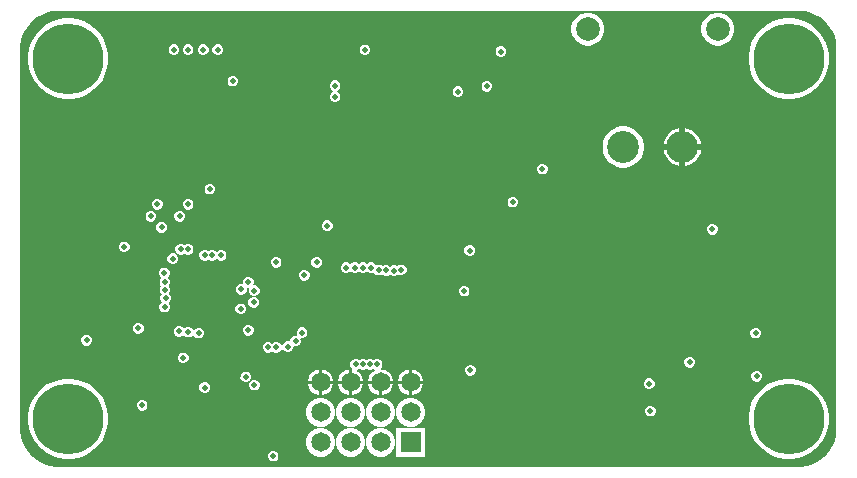
<source format=gbr>
G04*
G04 #@! TF.GenerationSoftware,Altium Limited,Altium Designer,24.7.2 (38)*
G04*
G04 Layer_Physical_Order=4*
G04 Layer_Color=6049555*
%FSLAX25Y25*%
%MOIN*%
G70*
G04*
G04 #@! TF.SameCoordinates,AB7849DE-EAC8-4354-A705-FC1E97C67EB3*
G04*
G04*
G04 #@! TF.FilePolarity,Positive*
G04*
G01*
G75*
%ADD87C,0.23622*%
%ADD88C,0.10630*%
%ADD89C,0.07874*%
%ADD90R,0.06500X0.06500*%
%ADD91C,0.06500*%
%ADD107C,0.01968*%
G36*
X390102Y337780D02*
X390930D01*
X392573Y337564D01*
X394173Y337135D01*
X395704Y336501D01*
X397139Y335672D01*
X398453Y334664D01*
X399624Y333492D01*
X400633Y332178D01*
X401461Y330743D01*
X402096Y329212D01*
X402524Y327612D01*
X402740Y325969D01*
X402740Y325141D01*
X402740Y198481D01*
Y197653D01*
X402524Y196010D01*
X402096Y194410D01*
X401461Y192879D01*
X400633Y191444D01*
X399624Y190130D01*
X398453Y188958D01*
X397138Y187950D01*
X395704Y187121D01*
X394173Y186487D01*
X392573Y186058D01*
X390930Y185842D01*
X390102Y185842D01*
X143363Y185842D01*
X142535D01*
X140892Y186058D01*
X139292Y186487D01*
X137761Y187121D01*
X136326Y187950D01*
X135012Y188958D01*
X133840Y190130D01*
X132832Y191444D01*
X132003Y192879D01*
X131369Y194410D01*
X130940Y196010D01*
X130724Y197653D01*
X130724Y198481D01*
X130724Y324803D01*
X130724Y325141D01*
Y325969D01*
X130940Y327612D01*
X131369Y329212D01*
X132003Y330743D01*
X132832Y332178D01*
X133840Y333492D01*
X135012Y334664D01*
X136326Y335672D01*
X137761Y336501D01*
X139292Y337135D01*
X140892Y337564D01*
X142535Y337780D01*
X143363Y337780D01*
X390102Y337780D01*
D02*
G37*
%LPC*%
G36*
X363915Y337205D02*
X362463D01*
X361062Y336829D01*
X359805Y336104D01*
X358778Y335077D01*
X358053Y333820D01*
X357677Y332419D01*
Y330967D01*
X358053Y329565D01*
X358778Y328309D01*
X359805Y327282D01*
X361062Y326557D01*
X362463Y326181D01*
X363915D01*
X365317Y326557D01*
X366573Y327282D01*
X367600Y328309D01*
X368325Y329565D01*
X368701Y330967D01*
Y332419D01*
X368325Y333820D01*
X367600Y335077D01*
X366573Y336104D01*
X365317Y336829D01*
X363915Y337205D01*
D02*
G37*
G36*
X320607D02*
X319156D01*
X317754Y336829D01*
X316498Y336104D01*
X315471Y335077D01*
X314746Y333820D01*
X314370Y332419D01*
Y330967D01*
X314746Y329565D01*
X315471Y328309D01*
X316498Y327282D01*
X317754Y326557D01*
X319156Y326181D01*
X320607D01*
X322009Y326557D01*
X323266Y327282D01*
X324292Y328309D01*
X325018Y329565D01*
X325394Y330967D01*
Y332419D01*
X325018Y333820D01*
X324292Y335077D01*
X323266Y336104D01*
X322009Y336829D01*
X320607Y337205D01*
D02*
G37*
G36*
X196809Y326575D02*
X196104D01*
X195453Y326305D01*
X194955Y325807D01*
X194685Y325155D01*
Y324451D01*
X194955Y323800D01*
X195453Y323301D01*
X196104Y323031D01*
X196809D01*
X197460Y323301D01*
X197959Y323800D01*
X198228Y324451D01*
Y325155D01*
X197959Y325807D01*
X197460Y326305D01*
X196809Y326575D01*
D02*
G37*
G36*
X192085D02*
X191380D01*
X190729Y326305D01*
X190230Y325807D01*
X189961Y325155D01*
Y324451D01*
X190230Y323800D01*
X190729Y323301D01*
X191380Y323031D01*
X192085D01*
X192736Y323301D01*
X193234Y323800D01*
X193504Y324451D01*
Y325155D01*
X193234Y325807D01*
X192736Y326305D01*
X192085Y326575D01*
D02*
G37*
G36*
X186967D02*
X186262D01*
X185611Y326305D01*
X185112Y325807D01*
X184843Y325155D01*
Y324451D01*
X185112Y323800D01*
X185611Y323301D01*
X186262Y323031D01*
X186967D01*
X187618Y323301D01*
X188116Y323800D01*
X188386Y324451D01*
Y325155D01*
X188116Y325807D01*
X187618Y326305D01*
X186967Y326575D01*
D02*
G37*
G36*
X182242D02*
X181537D01*
X180886Y326305D01*
X180388Y325807D01*
X180118Y325155D01*
Y324451D01*
X180388Y323800D01*
X180886Y323301D01*
X181537Y323031D01*
X182242D01*
X182893Y323301D01*
X183392Y323800D01*
X183661Y324451D01*
Y325155D01*
X183392Y325807D01*
X182893Y326305D01*
X182242Y326575D01*
D02*
G37*
G36*
X245931Y326502D02*
X245226D01*
X244575Y326232D01*
X244077Y325733D01*
X243807Y325082D01*
Y324377D01*
X244077Y323726D01*
X244575Y323228D01*
X245226Y322958D01*
X245931D01*
X246582Y323228D01*
X247080Y323726D01*
X247350Y324377D01*
Y325082D01*
X247080Y325733D01*
X246582Y326232D01*
X245931Y326502D01*
D02*
G37*
G36*
X291229Y325978D02*
X290524D01*
X289873Y325708D01*
X289374Y325210D01*
X289105Y324559D01*
Y323854D01*
X289374Y323203D01*
X289873Y322705D01*
X290524Y322435D01*
X291229D01*
X291880Y322705D01*
X292378Y323203D01*
X292648Y323854D01*
Y324559D01*
X292378Y325210D01*
X291880Y325708D01*
X291229Y325978D01*
D02*
G37*
G36*
X201927Y316112D02*
X201222D01*
X200571Y315843D01*
X200073Y315344D01*
X199803Y314693D01*
Y313988D01*
X200073Y313337D01*
X200571Y312839D01*
X201222Y312569D01*
X201927D01*
X202578Y312839D01*
X203077Y313337D01*
X203346Y313988D01*
Y314693D01*
X203077Y315344D01*
X202578Y315843D01*
X201927Y316112D01*
D02*
G37*
G36*
X286573Y314370D02*
X285868D01*
X285217Y314100D01*
X284718Y313602D01*
X284449Y312951D01*
Y312246D01*
X284718Y311595D01*
X285217Y311097D01*
X285868Y310827D01*
X286573D01*
X287224Y311097D01*
X287722Y311595D01*
X287992Y312246D01*
Y312951D01*
X287722Y313602D01*
X287224Y314100D01*
X286573Y314370D01*
D02*
G37*
G36*
X276886Y312598D02*
X276181D01*
X275530Y312329D01*
X275032Y311830D01*
X274762Y311179D01*
Y310474D01*
X275032Y309823D01*
X275530Y309325D01*
X276181Y309055D01*
X276886D01*
X277537Y309325D01*
X278035Y309823D01*
X278305Y310474D01*
Y311179D01*
X278035Y311830D01*
X277537Y312329D01*
X276886Y312598D01*
D02*
G37*
G36*
X387864Y335236D02*
X385757D01*
X383677Y334907D01*
X381673Y334256D01*
X379795Y333299D01*
X378091Y332061D01*
X376601Y330571D01*
X375362Y328866D01*
X374406Y326989D01*
X373755Y324985D01*
X373425Y322904D01*
Y320797D01*
X373755Y318716D01*
X374406Y316712D01*
X375362Y314835D01*
X376601Y313130D01*
X378091Y311640D01*
X379795Y310402D01*
X381673Y309445D01*
X383677Y308794D01*
X385757Y308465D01*
X387864D01*
X389946Y308794D01*
X391949Y309445D01*
X393827Y310402D01*
X395531Y311640D01*
X397021Y313130D01*
X398260Y314835D01*
X399216Y316712D01*
X399867Y318716D01*
X400197Y320797D01*
Y322904D01*
X399867Y324985D01*
X399216Y326989D01*
X398260Y328866D01*
X397021Y330571D01*
X395531Y332061D01*
X393827Y333299D01*
X391949Y334256D01*
X389946Y334907D01*
X387864Y335236D01*
D02*
G37*
G36*
X147707D02*
X145600D01*
X143519Y334907D01*
X141515Y334256D01*
X139638Y333299D01*
X137933Y332061D01*
X136443Y330571D01*
X135205Y328866D01*
X134248Y326989D01*
X133597Y324985D01*
X133268Y322904D01*
Y320797D01*
X133597Y318716D01*
X134248Y316712D01*
X135205Y314835D01*
X136443Y313130D01*
X137933Y311640D01*
X139638Y310402D01*
X141515Y309445D01*
X143519Y308794D01*
X145600Y308465D01*
X147707D01*
X149788Y308794D01*
X151792Y309445D01*
X153669Y310402D01*
X155374Y311640D01*
X156864Y313130D01*
X158102Y314835D01*
X159059Y316712D01*
X159710Y318716D01*
X160039Y320797D01*
Y322904D01*
X159710Y324985D01*
X159059Y326989D01*
X158102Y328866D01*
X156864Y330571D01*
X155374Y332061D01*
X153669Y333299D01*
X151792Y334256D01*
X149788Y334907D01*
X147707Y335236D01*
D02*
G37*
G36*
X235982Y314567D02*
X235278D01*
X234626Y314297D01*
X234128Y313799D01*
X233858Y313148D01*
Y312443D01*
X234128Y311792D01*
X234626Y311293D01*
X235058Y311115D01*
Y310736D01*
X234626Y310557D01*
X234128Y310059D01*
X233858Y309407D01*
Y308703D01*
X234128Y308052D01*
X234626Y307553D01*
X235278Y307283D01*
X235982D01*
X236633Y307553D01*
X237132Y308052D01*
X237402Y308703D01*
Y309407D01*
X237132Y310059D01*
X236633Y310557D01*
X236202Y310736D01*
Y311115D01*
X236633Y311293D01*
X237132Y311792D01*
X237402Y312443D01*
Y313148D01*
X237132Y313799D01*
X236633Y314297D01*
X235982Y314567D01*
D02*
G37*
G36*
X352378Y298563D02*
Y293323D01*
X357618D01*
X357450Y294165D01*
X356974Y295314D01*
X356283Y296348D01*
X355403Y297228D01*
X354369Y297919D01*
X353220Y298395D01*
X352378Y298563D01*
D02*
G37*
G36*
X350378D02*
X349536Y298395D01*
X348387Y297919D01*
X347352Y297228D01*
X346473Y296348D01*
X345782Y295314D01*
X345306Y294165D01*
X345138Y293323D01*
X350378D01*
Y298563D01*
D02*
G37*
G36*
X357618Y291323D02*
X352378D01*
Y286083D01*
X353220Y286251D01*
X354369Y286727D01*
X355403Y287418D01*
X356283Y288297D01*
X356974Y289332D01*
X357450Y290481D01*
X357618Y291323D01*
D02*
G37*
G36*
X350378D02*
X345138D01*
X345306Y290481D01*
X345782Y289332D01*
X346473Y288297D01*
X347352Y287418D01*
X348387Y286727D01*
X349536Y286251D01*
X350378Y286083D01*
Y291323D01*
D02*
G37*
G36*
X332371Y299213D02*
X331014D01*
X329683Y298948D01*
X328429Y298429D01*
X327301Y297674D01*
X326341Y296715D01*
X325587Y295586D01*
X325068Y294333D01*
X324803Y293001D01*
Y291644D01*
X325068Y290313D01*
X325587Y289059D01*
X326341Y287931D01*
X327301Y286971D01*
X328429Y286217D01*
X329683Y285698D01*
X331014Y285433D01*
X332371D01*
X333703Y285698D01*
X334956Y286217D01*
X336085Y286971D01*
X337045Y287931D01*
X337799Y289059D01*
X338318Y290313D01*
X338583Y291644D01*
Y293001D01*
X338318Y294333D01*
X337799Y295586D01*
X337045Y296715D01*
X336085Y297674D01*
X334956Y298429D01*
X333703Y298948D01*
X332371Y299213D01*
D02*
G37*
G36*
X305077Y286811D02*
X304372D01*
X303721Y286541D01*
X303222Y286043D01*
X302953Y285392D01*
Y284687D01*
X303222Y284036D01*
X303721Y283537D01*
X304372Y283268D01*
X305077D01*
X305728Y283537D01*
X306226Y284036D01*
X306496Y284687D01*
Y285392D01*
X306226Y286043D01*
X305728Y286541D01*
X305077Y286811D01*
D02*
G37*
G36*
X194250Y280118D02*
X193545D01*
X192894Y279848D01*
X192396Y279350D01*
X192126Y278699D01*
Y277994D01*
X192396Y277343D01*
X192894Y276845D01*
X193545Y276575D01*
X194250D01*
X194901Y276845D01*
X195400Y277343D01*
X195669Y277994D01*
Y278699D01*
X195400Y279350D01*
X194901Y279848D01*
X194250Y280118D01*
D02*
G37*
G36*
X295234Y275787D02*
X294530D01*
X293878Y275518D01*
X293380Y275019D01*
X293110Y274368D01*
Y273663D01*
X293380Y273012D01*
X293878Y272514D01*
X294530Y272244D01*
X295234D01*
X295885Y272514D01*
X296384Y273012D01*
X296654Y273663D01*
Y274368D01*
X296384Y275019D01*
X295885Y275518D01*
X295234Y275787D01*
D02*
G37*
G36*
X186967Y275000D02*
X186262D01*
X185611Y274730D01*
X185112Y274232D01*
X184843Y273581D01*
Y272876D01*
X185112Y272225D01*
X185611Y271726D01*
X186262Y271457D01*
X186967D01*
X187618Y271726D01*
X188116Y272225D01*
X188386Y272876D01*
Y273581D01*
X188116Y274232D01*
X187618Y274730D01*
X186967Y275000D01*
D02*
G37*
G36*
X176730D02*
X176025D01*
X175374Y274730D01*
X174876Y274232D01*
X174606Y273581D01*
Y272876D01*
X174876Y272225D01*
X175374Y271726D01*
X176025Y271457D01*
X176730D01*
X177382Y271726D01*
X177880Y272225D01*
X178150Y272876D01*
Y273581D01*
X177880Y274232D01*
X177382Y274730D01*
X176730Y275000D01*
D02*
G37*
G36*
X184211Y271063D02*
X183506D01*
X182855Y270793D01*
X182356Y270295D01*
X182087Y269644D01*
Y268939D01*
X182356Y268288D01*
X182855Y267789D01*
X183506Y267520D01*
X184211D01*
X184862Y267789D01*
X185360Y268288D01*
X185630Y268939D01*
Y269644D01*
X185360Y270295D01*
X184862Y270793D01*
X184211Y271063D01*
D02*
G37*
G36*
X174565D02*
X173860D01*
X173209Y270793D01*
X172711Y270295D01*
X172441Y269644D01*
Y268939D01*
X172711Y268288D01*
X173209Y267789D01*
X173860Y267520D01*
X174565D01*
X175216Y267789D01*
X175715Y268288D01*
X175984Y268939D01*
Y269644D01*
X175715Y270295D01*
X175216Y270793D01*
X174565Y271063D01*
D02*
G37*
G36*
X233423Y267913D02*
X232718D01*
X232067Y267644D01*
X231569Y267145D01*
X231299Y266494D01*
Y265789D01*
X231569Y265138D01*
X232067Y264640D01*
X232718Y264370D01*
X233423D01*
X234074Y264640D01*
X234573Y265138D01*
X234842Y265789D01*
Y266494D01*
X234573Y267145D01*
X234074Y267644D01*
X233423Y267913D01*
D02*
G37*
G36*
X178108Y267323D02*
X177403D01*
X176752Y267053D01*
X176254Y266555D01*
X175984Y265904D01*
Y265199D01*
X176254Y264548D01*
X176752Y264049D01*
X177403Y263779D01*
X178108D01*
X178760Y264049D01*
X179258Y264548D01*
X179528Y265199D01*
Y265904D01*
X179258Y266555D01*
X178760Y267053D01*
X178108Y267323D01*
D02*
G37*
G36*
X361770Y266732D02*
X361065D01*
X360414Y266463D01*
X359915Y265964D01*
X359646Y265313D01*
Y264608D01*
X359915Y263957D01*
X360414Y263459D01*
X361065Y263189D01*
X361770D01*
X362421Y263459D01*
X362919Y263957D01*
X363189Y264608D01*
Y265313D01*
X362919Y265964D01*
X362421Y266463D01*
X361770Y266732D01*
D02*
G37*
G36*
X186967Y260039D02*
X186262D01*
X185611Y259770D01*
X185376Y259535D01*
X185141Y259770D01*
X184490Y260039D01*
X183785D01*
X183134Y259770D01*
X182636Y259271D01*
X182366Y258620D01*
Y257915D01*
X182636Y257264D01*
X183134Y256766D01*
X183785Y256496D01*
X184490D01*
X185141Y256766D01*
X185376Y257000D01*
X185611Y256766D01*
X186262Y256496D01*
X186967D01*
X187618Y256766D01*
X188116Y257264D01*
X188386Y257915D01*
Y258620D01*
X188116Y259271D01*
X187618Y259770D01*
X186967Y260039D01*
D02*
G37*
G36*
X197990Y258071D02*
X197285D01*
X196634Y257801D01*
X196143Y257310D01*
X195651Y257801D01*
X195000Y258071D01*
X194295D01*
X193644Y257801D01*
X193387Y257544D01*
X193130Y257801D01*
X192478Y258071D01*
X191774D01*
X191122Y257801D01*
X190624Y257303D01*
X190354Y256652D01*
Y255947D01*
X190624Y255296D01*
X191122Y254797D01*
X191774Y254528D01*
X192478D01*
X193130Y254797D01*
X193387Y255054D01*
X193644Y254797D01*
X194295Y254528D01*
X195000D01*
X195651Y254797D01*
X196143Y255289D01*
X196634Y254797D01*
X197285Y254528D01*
X197990D01*
X198641Y254797D01*
X199140Y255296D01*
X199409Y255947D01*
Y256652D01*
X199140Y257303D01*
X198641Y257801D01*
X197990Y258071D01*
D02*
G37*
G36*
X165707Y260827D02*
X165002D01*
X164351Y260557D01*
X163852Y260059D01*
X163583Y259407D01*
Y258703D01*
X163852Y258052D01*
X164351Y257553D01*
X165002Y257283D01*
X165707D01*
X166358Y257553D01*
X166856Y258052D01*
X167126Y258703D01*
Y259407D01*
X166856Y260059D01*
X166358Y260557D01*
X165707Y260827D01*
D02*
G37*
G36*
X280864Y259646D02*
X280159D01*
X279508Y259376D01*
X279010Y258878D01*
X278740Y258226D01*
Y257522D01*
X279010Y256871D01*
X279508Y256372D01*
X280159Y256102D01*
X280864D01*
X281515Y256372D01*
X282014Y256871D01*
X282283Y257522D01*
Y258226D01*
X282014Y258878D01*
X281515Y259376D01*
X280864Y259646D01*
D02*
G37*
G36*
X181849Y256890D02*
X181144D01*
X180492Y256620D01*
X179994Y256122D01*
X179724Y255470D01*
Y254766D01*
X179994Y254115D01*
X180492Y253616D01*
X181144Y253346D01*
X181849D01*
X182500Y253616D01*
X182998Y254115D01*
X183268Y254766D01*
Y255470D01*
X182998Y256122D01*
X182500Y256620D01*
X181849Y256890D01*
D02*
G37*
G36*
X247990Y253937D02*
X247285D01*
X246634Y253667D01*
X246260Y253293D01*
X245885Y253667D01*
X245234Y253937D01*
X244530D01*
X243878Y253667D01*
X243504Y253293D01*
X243129Y253667D01*
X242478Y253937D01*
X241774D01*
X241122Y253667D01*
X240748Y253293D01*
X240374Y253667D01*
X239722Y253937D01*
X239018D01*
X238367Y253667D01*
X237868Y253169D01*
X237598Y252518D01*
Y251813D01*
X237868Y251162D01*
X238367Y250663D01*
X239018Y250394D01*
X239722D01*
X240374Y250663D01*
X240748Y251038D01*
X241122Y250663D01*
X241774Y250394D01*
X242478D01*
X243129Y250663D01*
X243504Y251038D01*
X243878Y250663D01*
X244530Y250394D01*
X245234D01*
X245885Y250663D01*
X246260Y251038D01*
X246634Y250663D01*
X247285Y250394D01*
X247990D01*
X248497Y250604D01*
X248594Y250370D01*
X249093Y249871D01*
X249744Y249601D01*
X250449D01*
X251100Y249871D01*
X251382Y250153D01*
X251733Y249803D01*
X252384Y249533D01*
X253089D01*
X253740Y249803D01*
X253908Y249971D01*
X254206Y249673D01*
X254857Y249403D01*
X255562D01*
X256213Y249673D01*
X256545Y250005D01*
X256674Y249876D01*
X257325Y249606D01*
X258030D01*
X258681Y249876D01*
X259179Y250374D01*
X259449Y251026D01*
Y251730D01*
X259179Y252381D01*
X258681Y252880D01*
X258030Y253150D01*
X257325D01*
X256674Y252880D01*
X256341Y252548D01*
X256213Y252676D01*
X255562Y252946D01*
X254857D01*
X254206Y252676D01*
X254038Y252509D01*
X253740Y252807D01*
X253089Y253076D01*
X252384D01*
X251733Y252807D01*
X251450Y252524D01*
X251100Y252875D01*
X250449Y253145D01*
X249744D01*
X249237Y252935D01*
X249140Y253169D01*
X248641Y253667D01*
X247990Y253937D01*
D02*
G37*
G36*
X216297Y255709D02*
X215593D01*
X214941Y255439D01*
X214443Y254941D01*
X214173Y254289D01*
Y253585D01*
X214443Y252933D01*
X214941Y252435D01*
X215593Y252165D01*
X216297D01*
X216948Y252435D01*
X217447Y252933D01*
X217717Y253585D01*
Y254289D01*
X217447Y254941D01*
X216948Y255439D01*
X216297Y255709D01*
D02*
G37*
G36*
X229799Y255656D02*
X229094D01*
X228443Y255386D01*
X227944Y254888D01*
X227675Y254236D01*
Y253532D01*
X227944Y252881D01*
X228443Y252382D01*
X229094Y252112D01*
X229799D01*
X230450Y252382D01*
X230948Y252881D01*
X231218Y253532D01*
Y254236D01*
X230948Y254888D01*
X230450Y255386D01*
X229799Y255656D01*
D02*
G37*
G36*
X225746Y251378D02*
X225041D01*
X224390Y251108D01*
X223892Y250610D01*
X223622Y249959D01*
Y249254D01*
X223892Y248603D01*
X224390Y248104D01*
X225041Y247835D01*
X225746D01*
X226397Y248104D01*
X226896Y248603D01*
X227165Y249254D01*
Y249959D01*
X226896Y250610D01*
X226397Y251108D01*
X225746Y251378D01*
D02*
G37*
G36*
X207045Y249016D02*
X206341D01*
X205689Y248746D01*
X205191Y248248D01*
X204921Y247597D01*
Y246934D01*
X204792Y246782D01*
X204641Y246654D01*
X203978D01*
X203327Y246384D01*
X202829Y245885D01*
X202559Y245234D01*
Y244530D01*
X202829Y243878D01*
X203327Y243380D01*
X203978Y243110D01*
X204683D01*
X205334Y243380D01*
X205833Y243878D01*
X206102Y244530D01*
Y245192D01*
X206231Y245344D01*
X206383Y245472D01*
X206773D01*
X207007Y245122D01*
X206890Y244841D01*
Y244136D01*
X207159Y243485D01*
X207658Y242986D01*
X208309Y242717D01*
X209014D01*
X209665Y242986D01*
X210163Y243485D01*
X210433Y244136D01*
Y244841D01*
X210163Y245492D01*
X209665Y245990D01*
X209014Y246260D01*
X208582D01*
X208348Y246610D01*
X208465Y246892D01*
Y247597D01*
X208195Y248248D01*
X207697Y248746D01*
X207045Y249016D01*
D02*
G37*
G36*
X278942Y246122D02*
X278237D01*
X277586Y245852D01*
X277088Y245353D01*
X276818Y244702D01*
Y243997D01*
X277088Y243346D01*
X277586Y242848D01*
X278237Y242578D01*
X278942D01*
X279593Y242848D01*
X280092Y243346D01*
X280361Y243997D01*
Y244702D01*
X280092Y245353D01*
X279593Y245852D01*
X278942Y246122D01*
D02*
G37*
G36*
X208817Y242323D02*
X208112D01*
X207461Y242053D01*
X206963Y241555D01*
X206693Y240904D01*
Y240199D01*
X206963Y239548D01*
X207461Y239049D01*
X208112Y238779D01*
X208817D01*
X209468Y239049D01*
X209966Y239548D01*
X210236Y240199D01*
Y240904D01*
X209966Y241555D01*
X209468Y242053D01*
X208817Y242323D01*
D02*
G37*
G36*
X179093Y252165D02*
X178388D01*
X177737Y251896D01*
X177238Y251397D01*
X176969Y250746D01*
Y250041D01*
X177238Y249390D01*
X177737Y248892D01*
X177687Y248533D01*
X177402Y248248D01*
X177132Y247597D01*
Y246892D01*
X177402Y246241D01*
X177637Y246006D01*
X177402Y245772D01*
X177132Y245121D01*
Y244416D01*
X177402Y243765D01*
X177900Y243266D01*
X177911Y243212D01*
X177632Y242933D01*
X177362Y242282D01*
Y241577D01*
X177632Y240926D01*
X177814Y240743D01*
X177768Y240509D01*
X177269Y240011D01*
X176999Y239360D01*
Y238655D01*
X177269Y238004D01*
X177768Y237505D01*
X178419Y237236D01*
X179123D01*
X179775Y237505D01*
X180273Y238004D01*
X180543Y238655D01*
Y239360D01*
X180273Y240011D01*
X180091Y240193D01*
X180137Y240427D01*
X180636Y240926D01*
X180905Y241577D01*
Y242282D01*
X180636Y242933D01*
X180137Y243431D01*
X180127Y243485D01*
X180406Y243765D01*
X180676Y244416D01*
Y245121D01*
X180406Y245772D01*
X180171Y246006D01*
X180406Y246241D01*
X180676Y246892D01*
Y247597D01*
X180406Y248248D01*
X179908Y248746D01*
X179957Y249105D01*
X180242Y249390D01*
X180512Y250041D01*
Y250746D01*
X180242Y251397D01*
X179744Y251896D01*
X179093Y252165D01*
D02*
G37*
G36*
X204486Y240158D02*
X203782D01*
X203130Y239888D01*
X202632Y239389D01*
X202362Y238738D01*
Y238033D01*
X202632Y237382D01*
X203130Y236884D01*
X203782Y236614D01*
X204486D01*
X205137Y236884D01*
X205636Y237382D01*
X205906Y238033D01*
Y238738D01*
X205636Y239389D01*
X205137Y239888D01*
X204486Y240158D01*
D02*
G37*
G36*
X170398Y233661D02*
X169693D01*
X169042Y233392D01*
X168544Y232893D01*
X168274Y232242D01*
Y231537D01*
X168544Y230886D01*
X169042Y230388D01*
X169693Y230118D01*
X170398D01*
X171049Y230388D01*
X171548Y230886D01*
X171817Y231537D01*
Y232242D01*
X171548Y232893D01*
X171049Y233392D01*
X170398Y233661D01*
D02*
G37*
G36*
X207045Y233071D02*
X206341D01*
X205689Y232801D01*
X205191Y232303D01*
X204921Y231652D01*
Y230947D01*
X205191Y230296D01*
X205689Y229797D01*
X206341Y229528D01*
X207045D01*
X207697Y229797D01*
X208195Y230296D01*
X208465Y230947D01*
Y231652D01*
X208195Y232303D01*
X207697Y232801D01*
X207045Y233071D01*
D02*
G37*
G36*
X376140Y232087D02*
X375435D01*
X374784Y231817D01*
X374286Y231318D01*
X374016Y230667D01*
Y229963D01*
X374286Y229311D01*
X374784Y228813D01*
X375435Y228543D01*
X376140D01*
X376791Y228813D01*
X377289Y229311D01*
X377559Y229963D01*
Y230667D01*
X377289Y231318D01*
X376791Y231817D01*
X376140Y232087D01*
D02*
G37*
G36*
X184031Y232648D02*
X183326D01*
X182675Y232378D01*
X182177Y231880D01*
X181907Y231228D01*
Y230524D01*
X182177Y229872D01*
X182675Y229374D01*
X183326Y229104D01*
X184031D01*
X184682Y229374D01*
X185017Y229708D01*
X185221Y229668D01*
X185720Y229169D01*
X186371Y228900D01*
X187076D01*
X187727Y229169D01*
X188157Y229600D01*
X188447Y229590D01*
X188556Y229552D01*
X188655Y229311D01*
X189154Y228813D01*
X189805Y228543D01*
X190510D01*
X191161Y228813D01*
X191659Y229311D01*
X191929Y229963D01*
Y230667D01*
X191659Y231318D01*
X191161Y231817D01*
X190510Y232087D01*
X189805D01*
X189154Y231817D01*
X188724Y231386D01*
X188433Y231396D01*
X188325Y231434D01*
X188225Y231675D01*
X187727Y232173D01*
X187076Y232443D01*
X186371D01*
X185720Y232173D01*
X185385Y231839D01*
X185181Y231880D01*
X184682Y232378D01*
X184031Y232648D01*
D02*
G37*
G36*
X224959Y232283D02*
X224254D01*
X223603Y232014D01*
X223104Y231515D01*
X222835Y230864D01*
Y230159D01*
X222970Y229833D01*
X222901Y229714D01*
X222717Y229528D01*
X222089D01*
X221437Y229258D01*
X220939Y228760D01*
X220669Y228108D01*
Y227758D01*
X220319Y227524D01*
X220234Y227559D01*
X219530D01*
X218878Y227289D01*
X218380Y226791D01*
X218110Y226140D01*
Y226055D01*
X217760Y225985D01*
X217526Y226550D01*
X217028Y227048D01*
X216377Y227318D01*
X215672D01*
X215021Y227048D01*
X214727Y226755D01*
X214389Y227093D01*
X213738Y227362D01*
X213033D01*
X212382Y227093D01*
X211884Y226594D01*
X211614Y225943D01*
Y225238D01*
X211884Y224587D01*
X212382Y224089D01*
X213033Y223819D01*
X213738D01*
X214389Y224089D01*
X214683Y224382D01*
X215021Y224044D01*
X215672Y223775D01*
X216377D01*
X217028Y224044D01*
X217526Y224543D01*
X217796Y225194D01*
Y225279D01*
X218146Y225349D01*
X218380Y224784D01*
X218878Y224286D01*
X219530Y224016D01*
X220234D01*
X220885Y224286D01*
X221384Y224784D01*
X221654Y225435D01*
Y225786D01*
X222004Y226020D01*
X222089Y225984D01*
X222793D01*
X223445Y226254D01*
X223943Y226752D01*
X224213Y227403D01*
Y228108D01*
X224078Y228434D01*
X224147Y228554D01*
X224330Y228740D01*
X224959D01*
X225610Y229010D01*
X226108Y229508D01*
X226378Y230159D01*
Y230864D01*
X226108Y231515D01*
X225610Y232014D01*
X224959Y232283D01*
D02*
G37*
G36*
X153108Y229724D02*
X152403D01*
X151752Y229455D01*
X151254Y228956D01*
X150984Y228305D01*
Y227600D01*
X151254Y226949D01*
X151752Y226451D01*
X152403Y226181D01*
X153108D01*
X153760Y226451D01*
X154258Y226949D01*
X154528Y227600D01*
Y228305D01*
X154258Y228956D01*
X153760Y229455D01*
X153108Y229724D01*
D02*
G37*
G36*
X249959Y221654D02*
X249254D01*
X248603Y221384D01*
X248425Y221206D01*
X248248Y221384D01*
X247597Y221654D01*
X246892D01*
X246240Y221384D01*
X246063Y221206D01*
X245885Y221384D01*
X245234Y221654D01*
X244530D01*
X243878Y221384D01*
X243701Y221206D01*
X243523Y221384D01*
X242872Y221654D01*
X242167D01*
X241516Y221384D01*
X241018Y220885D01*
X240748Y220234D01*
Y219530D01*
X241018Y218878D01*
X241368Y218528D01*
X241287Y218350D01*
Y214437D01*
X245037D01*
Y214496D01*
X244748Y215577D01*
X244188Y216547D01*
X243397Y217338D01*
X242665Y217760D01*
X242759Y218110D01*
X242872D01*
X243523Y218380D01*
X243701Y218558D01*
X243878Y218380D01*
X244530Y218110D01*
X245234D01*
X245885Y218380D01*
X246063Y218558D01*
X246240Y218380D01*
X246892Y218110D01*
X247597D01*
X248248Y218380D01*
X248425Y218558D01*
X248603Y218380D01*
X249020Y218207D01*
X249021Y218205D01*
X249024Y217827D01*
X248178Y217338D01*
X247387Y216547D01*
X246827Y215577D01*
X246537Y214496D01*
Y214437D01*
X250787D01*
X255037D01*
Y214496D01*
X254748Y215577D01*
X254188Y216547D01*
X253397Y217338D01*
X252428Y217897D01*
X251347Y218187D01*
X250912D01*
X250767Y218537D01*
X251108Y218878D01*
X251378Y219530D01*
Y220234D01*
X251108Y220885D01*
X250610Y221384D01*
X249959Y221654D01*
D02*
G37*
G36*
X185392Y223819D02*
X184687D01*
X184036Y223549D01*
X183537Y223051D01*
X183268Y222400D01*
Y221695D01*
X183537Y221044D01*
X184036Y220545D01*
X184687Y220276D01*
X185392D01*
X186043Y220545D01*
X186541Y221044D01*
X186811Y221695D01*
Y222400D01*
X186541Y223051D01*
X186043Y223549D01*
X185392Y223819D01*
D02*
G37*
G36*
X354175Y222376D02*
X353470D01*
X352819Y222106D01*
X352321Y221607D01*
X352051Y220956D01*
Y220252D01*
X352321Y219600D01*
X352819Y219102D01*
X353470Y218832D01*
X354175D01*
X354826Y219102D01*
X355324Y219600D01*
X355594Y220252D01*
Y220956D01*
X355324Y221607D01*
X354826Y222106D01*
X354175Y222376D01*
D02*
G37*
G36*
X281061Y219685D02*
X280356D01*
X279705Y219415D01*
X279207Y218917D01*
X278937Y218266D01*
Y217561D01*
X279207Y216910D01*
X279705Y216411D01*
X280356Y216142D01*
X281061D01*
X281712Y216411D01*
X282211Y216910D01*
X282480Y217561D01*
Y218266D01*
X282211Y218917D01*
X281712Y219415D01*
X281061Y219685D01*
D02*
G37*
G36*
X261347Y218187D02*
X261287D01*
Y214437D01*
X265037D01*
Y214496D01*
X264748Y215577D01*
X264188Y216547D01*
X263397Y217338D01*
X262428Y217897D01*
X261347Y218187D01*
D02*
G37*
G36*
X231347D02*
X231287D01*
Y214437D01*
X235037D01*
Y214496D01*
X234748Y215577D01*
X234188Y216547D01*
X233397Y217338D01*
X232428Y217897D01*
X231347Y218187D01*
D02*
G37*
G36*
X230287D02*
X230228D01*
X229147Y217897D01*
X228178Y217338D01*
X227387Y216547D01*
X226827Y215577D01*
X226537Y214496D01*
Y214437D01*
X230287D01*
Y218187D01*
D02*
G37*
G36*
X260287D02*
X260228D01*
X259147Y217897D01*
X258178Y217338D01*
X257387Y216547D01*
X256827Y215577D01*
X256537Y214496D01*
Y214437D01*
X260287D01*
Y218187D01*
D02*
G37*
G36*
X240287D02*
X240228D01*
X239147Y217897D01*
X238178Y217338D01*
X237387Y216547D01*
X236827Y215577D01*
X236537Y214496D01*
Y214437D01*
X240287D01*
Y218187D01*
D02*
G37*
G36*
X376534Y217717D02*
X375829D01*
X375178Y217447D01*
X374679Y216948D01*
X374410Y216297D01*
Y215593D01*
X374679Y214941D01*
X375178Y214443D01*
X375829Y214173D01*
X376534D01*
X377185Y214443D01*
X377683Y214941D01*
X377953Y215593D01*
Y216297D01*
X377683Y216948D01*
X377185Y217447D01*
X376534Y217717D01*
D02*
G37*
G36*
X206144Y217520D02*
X205439D01*
X204788Y217250D01*
X204289Y216752D01*
X204020Y216100D01*
Y215396D01*
X204289Y214744D01*
X204788Y214246D01*
X205439Y213976D01*
X206144D01*
X206795Y214246D01*
X207293Y214744D01*
X207563Y215396D01*
Y216100D01*
X207293Y216752D01*
X206795Y217250D01*
X206144Y217520D01*
D02*
G37*
G36*
X340751Y215240D02*
X340046D01*
X339395Y214970D01*
X338896Y214472D01*
X338627Y213821D01*
Y213116D01*
X338896Y212465D01*
X339395Y211967D01*
X340046Y211697D01*
X340751D01*
X341402Y211967D01*
X341900Y212465D01*
X342170Y213116D01*
Y213821D01*
X341900Y214472D01*
X341402Y214970D01*
X340751Y215240D01*
D02*
G37*
G36*
X209014Y214764D02*
X208309D01*
X207658Y214494D01*
X207159Y213996D01*
X206890Y213345D01*
Y212640D01*
X207159Y211989D01*
X207658Y211490D01*
X208309Y211221D01*
X209014D01*
X209665Y211490D01*
X210163Y211989D01*
X210433Y212640D01*
Y213345D01*
X210163Y213996D01*
X209665Y214494D01*
X209014Y214764D01*
D02*
G37*
G36*
X192478Y213976D02*
X191774D01*
X191122Y213707D01*
X190624Y213208D01*
X190354Y212557D01*
Y211852D01*
X190624Y211201D01*
X191122Y210703D01*
X191774Y210433D01*
X192478D01*
X193130Y210703D01*
X193628Y211201D01*
X193898Y211852D01*
Y212557D01*
X193628Y213208D01*
X193130Y213707D01*
X192478Y213976D01*
D02*
G37*
G36*
X265037Y213437D02*
X261287D01*
Y209687D01*
X261347D01*
X262428Y209977D01*
X263397Y210536D01*
X264188Y211327D01*
X264748Y212297D01*
X265037Y213377D01*
Y213437D01*
D02*
G37*
G36*
X260287D02*
X256537D01*
Y213377D01*
X256827Y212297D01*
X257387Y211327D01*
X258178Y210536D01*
X259147Y209977D01*
X260228Y209687D01*
X260287D01*
Y213437D01*
D02*
G37*
G36*
X255037D02*
X251287D01*
Y209687D01*
X251347D01*
X252428Y209977D01*
X253397Y210536D01*
X254188Y211327D01*
X254748Y212297D01*
X255037Y213377D01*
Y213437D01*
D02*
G37*
G36*
X250287D02*
X246537D01*
Y213377D01*
X246827Y212297D01*
X247387Y211327D01*
X248178Y210536D01*
X249147Y209977D01*
X250228Y209687D01*
X250287D01*
Y213437D01*
D02*
G37*
G36*
X245037D02*
X241287D01*
Y209687D01*
X241347D01*
X242428Y209977D01*
X243397Y210536D01*
X244188Y211327D01*
X244748Y212297D01*
X245037Y213377D01*
Y213437D01*
D02*
G37*
G36*
X240287D02*
X236537D01*
Y213377D01*
X236827Y212297D01*
X237387Y211327D01*
X238178Y210536D01*
X239147Y209977D01*
X240228Y209687D01*
X240287D01*
Y213437D01*
D02*
G37*
G36*
X235037D02*
X231287D01*
Y209687D01*
X231347D01*
X232428Y209977D01*
X233397Y210536D01*
X234188Y211327D01*
X234748Y212297D01*
X235037Y213377D01*
Y213437D01*
D02*
G37*
G36*
X230287D02*
X226537D01*
Y213377D01*
X226827Y212297D01*
X227387Y211327D01*
X228178Y210536D01*
X229147Y209977D01*
X230228Y209687D01*
X230287D01*
Y213437D01*
D02*
G37*
G36*
X171612Y208071D02*
X170907D01*
X170256Y207801D01*
X169758Y207303D01*
X169488Y206652D01*
Y205947D01*
X169758Y205296D01*
X170256Y204797D01*
X170907Y204528D01*
X171612D01*
X172263Y204797D01*
X172762Y205296D01*
X173031Y205947D01*
Y206652D01*
X172762Y207303D01*
X172263Y207801D01*
X171612Y208071D01*
D02*
G37*
G36*
X341100Y206144D02*
X340396D01*
X339744Y205874D01*
X339246Y205376D01*
X338976Y204724D01*
Y204020D01*
X339246Y203368D01*
X339744Y202870D01*
X340396Y202600D01*
X341100D01*
X341752Y202870D01*
X342250Y203368D01*
X342520Y204020D01*
Y204724D01*
X342250Y205376D01*
X341752Y205874D01*
X341100Y206144D01*
D02*
G37*
G36*
X261423Y208762D02*
X260152D01*
X258925Y208433D01*
X257825Y207798D01*
X256927Y206899D01*
X256291Y205799D01*
X255963Y204572D01*
Y203302D01*
X256291Y202075D01*
X256927Y200974D01*
X257825Y200076D01*
X258925Y199441D01*
X260152Y199112D01*
X261423D01*
X262650Y199441D01*
X263750Y200076D01*
X264648Y200974D01*
X265283Y202075D01*
X265612Y203302D01*
Y204572D01*
X265283Y205799D01*
X264648Y206899D01*
X263750Y207798D01*
X262650Y208433D01*
X261423Y208762D01*
D02*
G37*
G36*
X251423D02*
X250152D01*
X248925Y208433D01*
X247825Y207798D01*
X246927Y206899D01*
X246291Y205799D01*
X245963Y204572D01*
Y203302D01*
X246291Y202075D01*
X246927Y200974D01*
X247825Y200076D01*
X248925Y199441D01*
X250152Y199112D01*
X251423D01*
X252650Y199441D01*
X253750Y200076D01*
X254648Y200974D01*
X255283Y202075D01*
X255612Y203302D01*
Y204572D01*
X255283Y205799D01*
X254648Y206899D01*
X253750Y207798D01*
X252650Y208433D01*
X251423Y208762D01*
D02*
G37*
G36*
X241423D02*
X240152D01*
X238925Y208433D01*
X237825Y207798D01*
X236927Y206899D01*
X236291Y205799D01*
X235963Y204572D01*
Y203302D01*
X236291Y202075D01*
X236927Y200974D01*
X237825Y200076D01*
X238925Y199441D01*
X240152Y199112D01*
X241423D01*
X242650Y199441D01*
X243750Y200076D01*
X244648Y200974D01*
X245283Y202075D01*
X245612Y203302D01*
Y204572D01*
X245283Y205799D01*
X244648Y206899D01*
X243750Y207798D01*
X242650Y208433D01*
X241423Y208762D01*
D02*
G37*
G36*
X231423D02*
X230152D01*
X228925Y208433D01*
X227825Y207798D01*
X226927Y206899D01*
X226291Y205799D01*
X225963Y204572D01*
Y203302D01*
X226291Y202075D01*
X226927Y200974D01*
X227825Y200076D01*
X228925Y199441D01*
X230152Y199112D01*
X231423D01*
X232650Y199441D01*
X233750Y200076D01*
X234648Y200974D01*
X235283Y202075D01*
X235612Y203302D01*
Y204572D01*
X235283Y205799D01*
X234648Y206899D01*
X233750Y207798D01*
X232650Y208433D01*
X231423Y208762D01*
D02*
G37*
G36*
X265612Y198762D02*
X255963D01*
Y189112D01*
X265612D01*
Y198762D01*
D02*
G37*
G36*
X251423D02*
X250152D01*
X248925Y198433D01*
X247825Y197798D01*
X246927Y196899D01*
X246291Y195799D01*
X245963Y194572D01*
Y193302D01*
X246291Y192075D01*
X246927Y190974D01*
X247825Y190076D01*
X248925Y189441D01*
X250152Y189112D01*
X251423D01*
X252650Y189441D01*
X253750Y190076D01*
X254648Y190974D01*
X255283Y192075D01*
X255612Y193302D01*
Y194572D01*
X255283Y195799D01*
X254648Y196899D01*
X253750Y197798D01*
X252650Y198433D01*
X251423Y198762D01*
D02*
G37*
G36*
X241423D02*
X240152D01*
X238925Y198433D01*
X237825Y197798D01*
X236927Y196899D01*
X236291Y195799D01*
X235963Y194572D01*
Y193302D01*
X236291Y192075D01*
X236927Y190974D01*
X237825Y190076D01*
X238925Y189441D01*
X240152Y189112D01*
X241423D01*
X242650Y189441D01*
X243750Y190076D01*
X244648Y190974D01*
X245283Y192075D01*
X245612Y193302D01*
Y194572D01*
X245283Y195799D01*
X244648Y196899D01*
X243750Y197798D01*
X242650Y198433D01*
X241423Y198762D01*
D02*
G37*
G36*
X231423D02*
X230152D01*
X228925Y198433D01*
X227825Y197798D01*
X226927Y196899D01*
X226291Y195799D01*
X225963Y194572D01*
Y193302D01*
X226291Y192075D01*
X226927Y190974D01*
X227825Y190076D01*
X228925Y189441D01*
X230152Y189112D01*
X231423D01*
X232650Y189441D01*
X233750Y190076D01*
X234648Y190974D01*
X235283Y192075D01*
X235612Y193302D01*
Y194572D01*
X235283Y195799D01*
X234648Y196899D01*
X233750Y197798D01*
X232650Y198433D01*
X231423Y198762D01*
D02*
G37*
G36*
X387864Y215158D02*
X385757D01*
X383677Y214828D01*
X381673Y214177D01*
X379795Y213220D01*
X378091Y211982D01*
X376601Y210492D01*
X375362Y208787D01*
X374406Y206910D01*
X373755Y204906D01*
X373425Y202825D01*
Y200718D01*
X373755Y198637D01*
X374406Y196633D01*
X375362Y194756D01*
X376601Y193051D01*
X378091Y191561D01*
X379795Y190323D01*
X381673Y189366D01*
X383677Y188715D01*
X385757Y188386D01*
X387864D01*
X389946Y188715D01*
X391949Y189366D01*
X393827Y190323D01*
X395531Y191561D01*
X397021Y193051D01*
X398260Y194756D01*
X399216Y196633D01*
X399867Y198637D01*
X400197Y200718D01*
Y202825D01*
X399867Y204906D01*
X399216Y206910D01*
X398260Y208787D01*
X397021Y210492D01*
X395531Y211982D01*
X393827Y213220D01*
X391949Y214177D01*
X389946Y214828D01*
X387864Y215158D01*
D02*
G37*
G36*
X147707D02*
X145600D01*
X143519Y214828D01*
X141515Y214177D01*
X139638Y213220D01*
X137933Y211982D01*
X136443Y210492D01*
X135205Y208787D01*
X134248Y206910D01*
X133597Y204906D01*
X133268Y202825D01*
Y200718D01*
X133597Y198637D01*
X134248Y196633D01*
X135205Y194756D01*
X136443Y193051D01*
X137933Y191561D01*
X139638Y190323D01*
X141515Y189366D01*
X143519Y188715D01*
X145600Y188386D01*
X147707D01*
X149788Y188715D01*
X151792Y189366D01*
X153669Y190323D01*
X155374Y191561D01*
X156864Y193051D01*
X158102Y194756D01*
X159059Y196633D01*
X159710Y198637D01*
X160039Y200718D01*
Y202825D01*
X159710Y204906D01*
X159059Y206910D01*
X158102Y208787D01*
X156864Y210492D01*
X155374Y211982D01*
X153669Y213220D01*
X151792Y214177D01*
X149788Y214828D01*
X147707Y215158D01*
D02*
G37*
G36*
X215313Y191142D02*
X214608D01*
X213957Y190872D01*
X213459Y190374D01*
X213189Y189723D01*
Y189018D01*
X213459Y188366D01*
X213957Y187868D01*
X214608Y187598D01*
X215313D01*
X215964Y187868D01*
X216463Y188366D01*
X216732Y189018D01*
Y189723D01*
X216463Y190374D01*
X215964Y190872D01*
X215313Y191142D01*
D02*
G37*
%LPD*%
D87*
X146654Y321850D02*
D03*
X386811Y201772D02*
D03*
Y321850D02*
D03*
X146654Y201772D02*
D03*
D88*
X331693Y292323D02*
D03*
X351378D02*
D03*
D89*
X363189Y331693D02*
D03*
X319882D02*
D03*
D90*
X260787Y193937D02*
D03*
D91*
X250787D02*
D03*
X240787D02*
D03*
X230787D02*
D03*
X260787Y203937D02*
D03*
X250787D02*
D03*
X240787D02*
D03*
X260787Y213937D02*
D03*
X250787D02*
D03*
X240787D02*
D03*
X230787Y203937D02*
D03*
Y213937D02*
D03*
D107*
X332874Y225984D02*
D03*
X343110Y274410D02*
D03*
X328543Y278150D02*
D03*
X294685Y276772D02*
D03*
X286221Y272441D02*
D03*
X235630Y306299D02*
D03*
X232874Y312992D02*
D03*
X274803Y313189D02*
D03*
X276534Y310827D02*
D03*
X235630Y309055D02*
D03*
Y312795D02*
D03*
X201575Y314341D02*
D03*
X216929Y314961D02*
D03*
X265748Y306225D02*
D03*
X251969D02*
D03*
X354712Y283441D02*
D03*
X212193Y305488D02*
D03*
X152953Y287205D02*
D03*
X146445Y287181D02*
D03*
X338177Y194071D02*
D03*
X269279Y279307D02*
D03*
X291523Y249386D02*
D03*
X177756Y265551D02*
D03*
X191130Y278520D02*
D03*
X196653Y278543D02*
D03*
X203216Y215902D02*
D03*
X208465Y210433D02*
D03*
X279906Y220499D02*
D03*
X368701Y205118D02*
D03*
X283252Y257901D02*
D03*
X311795Y261247D02*
D03*
X303921Y267350D02*
D03*
X359433Y251995D02*
D03*
X262992Y237992D02*
D03*
X268307Y244291D02*
D03*
X340748Y204372D02*
D03*
X181496Y255118D02*
D03*
X213386Y259842D02*
D03*
X231890Y254921D02*
D03*
X215945Y253937D02*
D03*
X214961Y189370D02*
D03*
X211417Y188779D02*
D03*
X176181Y242520D02*
D03*
X163386Y242717D02*
D03*
X178771Y239007D02*
D03*
X170046Y231890D02*
D03*
X179104Y228987D02*
D03*
Y234252D02*
D03*
X176181Y249410D02*
D03*
X286417Y309842D02*
D03*
X232874Y263189D02*
D03*
Y269094D02*
D03*
X276378Y233268D02*
D03*
X296850Y217323D02*
D03*
X296654Y225197D02*
D03*
X284449Y208465D02*
D03*
X325787Y194685D02*
D03*
X312008D02*
D03*
X298228D02*
D03*
X284449D02*
D03*
X332677Y201772D02*
D03*
X318898D02*
D03*
X305118D02*
D03*
X291339D02*
D03*
X277559D02*
D03*
X296063Y253937D02*
D03*
X327362Y256890D02*
D03*
X320669D02*
D03*
X313976D02*
D03*
X307283D02*
D03*
X300590D02*
D03*
X278590Y244350D02*
D03*
X245579Y324730D02*
D03*
X286221Y312598D02*
D03*
X294882Y310827D02*
D03*
X296260Y321850D02*
D03*
X290876Y324206D02*
D03*
X253459Y316675D02*
D03*
X261024Y327953D02*
D03*
X271654Y318898D02*
D03*
X261024Y318110D02*
D03*
X353822Y220604D02*
D03*
X163344Y261274D02*
D03*
X193898Y278346D02*
D03*
X189370Y291339D02*
D03*
X280709Y217913D02*
D03*
X332895Y228564D02*
D03*
X333465Y223311D02*
D03*
X267717Y225984D02*
D03*
X375787Y230315D02*
D03*
X374803Y223622D02*
D03*
X358661Y218898D02*
D03*
X353740Y224213D02*
D03*
X247244Y219882D02*
D03*
X244882D02*
D03*
X249606D02*
D03*
X242520D02*
D03*
X332677Y236614D02*
D03*
Y243701D02*
D03*
X280512Y257874D02*
D03*
X340398Y213469D02*
D03*
X269488Y211221D02*
D03*
X245864Y215303D02*
D03*
X248209Y209328D02*
D03*
X263189Y209252D02*
D03*
X233465Y209055D02*
D03*
X243500Y209364D02*
D03*
X222441Y210827D02*
D03*
X223622Y204331D02*
D03*
X226969Y251969D02*
D03*
X204528Y233268D02*
D03*
X216024Y225546D02*
D03*
X182087Y271457D02*
D03*
X186811Y276378D02*
D03*
X156141Y246082D02*
D03*
X142873Y246471D02*
D03*
X262598Y252559D02*
D03*
X252953Y253937D02*
D03*
X250000D02*
D03*
X256299Y253740D02*
D03*
X257677Y251378D02*
D03*
X255209Y251174D02*
D03*
X252736Y251305D02*
D03*
X250096Y251373D02*
D03*
X259449Y253543D02*
D03*
X179134Y241929D02*
D03*
X236041Y235631D02*
D03*
X276969Y278346D02*
D03*
X200197Y229331D02*
D03*
X188976Y305709D02*
D03*
X183858Y298622D02*
D03*
X182087Y279528D02*
D03*
X204724Y282087D02*
D03*
X376181Y215945D02*
D03*
X230512Y235433D02*
D03*
X224803Y242126D02*
D03*
X225197Y233268D02*
D03*
X182480Y288976D02*
D03*
X174213Y269291D02*
D03*
X206693Y231299D02*
D03*
X208661Y244488D02*
D03*
X204331Y244882D02*
D03*
X206693Y247244D02*
D03*
X204134Y238386D02*
D03*
X208465Y240551D02*
D03*
X229446Y253884D02*
D03*
X196876Y243352D02*
D03*
X224606Y230512D02*
D03*
X213386Y225590D02*
D03*
X222441Y227756D02*
D03*
X220866Y271063D02*
D03*
X225394Y249606D02*
D03*
X149606Y287402D02*
D03*
X191374Y237805D02*
D03*
X219882Y225787D02*
D03*
X256093Y235631D02*
D03*
X246067Y235631D02*
D03*
X178904Y247245D02*
D03*
Y244768D02*
D03*
X190157Y230315D02*
D03*
X239370Y252165D02*
D03*
X247638D02*
D03*
X342469Y296478D02*
D03*
X189185Y326877D02*
D03*
X198425Y326772D02*
D03*
X193701D02*
D03*
X184646D02*
D03*
X196457Y324803D02*
D03*
X191732D02*
D03*
X186614D02*
D03*
X178740Y250394D02*
D03*
X181890Y324803D02*
D03*
X386811Y211024D02*
D03*
X377559Y201772D02*
D03*
X386811Y192520D02*
D03*
X396063Y201772D02*
D03*
X393110Y208268D02*
D03*
X380118D02*
D03*
Y195276D02*
D03*
X393110D02*
D03*
X386811Y331102D02*
D03*
X377559Y321850D02*
D03*
X386811Y312598D02*
D03*
X396063Y321850D02*
D03*
X393110Y328346D02*
D03*
X380118D02*
D03*
Y315354D02*
D03*
X393110D02*
D03*
X146654Y211024D02*
D03*
X137402Y201772D02*
D03*
X146654Y192520D02*
D03*
X155905Y201772D02*
D03*
X152953Y208268D02*
D03*
X139961D02*
D03*
Y195276D02*
D03*
X152953D02*
D03*
Y315354D02*
D03*
X139961D02*
D03*
Y328346D02*
D03*
X152953D02*
D03*
X155905Y321850D02*
D03*
X146654Y312598D02*
D03*
X137402Y321850D02*
D03*
X146654Y331102D02*
D03*
X191329Y248854D02*
D03*
X194648Y256299D02*
D03*
X192126Y256299D02*
D03*
X353346Y212598D02*
D03*
X320866Y262795D02*
D03*
X159449Y238189D02*
D03*
X201240Y287402D02*
D03*
X245821Y198764D02*
D03*
X269685Y190945D02*
D03*
Y204724D02*
D03*
X329724Y259842D02*
D03*
X196592Y259384D02*
D03*
X193273Y259428D02*
D03*
X189961Y268701D02*
D03*
X200591Y270276D02*
D03*
X172244Y272638D02*
D03*
Y286417D02*
D03*
X164173Y286221D02*
D03*
X164370Y293307D02*
D03*
X165354Y304134D02*
D03*
X171260Y301181D02*
D03*
X159251Y298307D02*
D03*
X367126Y192913D02*
D03*
X396654Y333661D02*
D03*
X379921Y335630D02*
D03*
X370079D02*
D03*
X356299D02*
D03*
X342520D02*
D03*
X328740D02*
D03*
X308071D02*
D03*
X305118Y328740D02*
D03*
X272933Y299843D02*
D03*
X279528Y307087D02*
D03*
X232283Y298099D02*
D03*
X226378Y304134D02*
D03*
X193898Y200787D02*
D03*
X164370Y204724D02*
D03*
Y193898D02*
D03*
X209646Y316929D02*
D03*
X216136Y321865D02*
D03*
X163386Y325787D02*
D03*
X161417Y313976D02*
D03*
X139764Y299213D02*
D03*
X146653Y306102D02*
D03*
X263779Y187992D02*
D03*
X277559D02*
D03*
X291339D02*
D03*
X305118D02*
D03*
X318898D02*
D03*
X332677D02*
D03*
X346457D02*
D03*
X360236D02*
D03*
X374016D02*
D03*
X396654Y189961D02*
D03*
X312008Y279528D02*
D03*
X318898Y287402D02*
D03*
X312008Y293307D02*
D03*
X318898Y301181D02*
D03*
X312008Y307087D02*
D03*
Y322835D02*
D03*
X305118Y314961D02*
D03*
X283465Y329724D02*
D03*
X276575Y335630D02*
D03*
X290354D02*
D03*
X179921Y326772D02*
D03*
X238189Y329724D02*
D03*
X246063Y335630D02*
D03*
X229978Y335676D02*
D03*
X216136Y335645D02*
D03*
X202756Y335630D02*
D03*
X188976D02*
D03*
X175197D02*
D03*
X159449D02*
D03*
X134843Y331693D02*
D03*
X132874Y306102D02*
D03*
Y292323D02*
D03*
Y278543D02*
D03*
X205675Y187994D02*
D03*
X195866Y187992D02*
D03*
X156496D02*
D03*
X135827Y190945D02*
D03*
X132874Y250984D02*
D03*
Y223425D02*
D03*
Y237205D02*
D03*
Y209646D02*
D03*
X153543Y216535D02*
D03*
X160287Y211301D02*
D03*
X168110Y215354D02*
D03*
X173601Y210826D02*
D03*
X155118Y270079D02*
D03*
X144095D02*
D03*
X141905Y232844D02*
D03*
X159635Y222847D02*
D03*
X143307Y223622D02*
D03*
X155905Y227953D02*
D03*
X149606D02*
D03*
X381890Y216535D02*
D03*
X244882Y252165D02*
D03*
X271654Y253937D02*
D03*
X271575Y268807D02*
D03*
X265748Y261811D02*
D03*
X374016Y236221D02*
D03*
Y263779D02*
D03*
Y248031D02*
D03*
Y330709D02*
D03*
X370079Y322835D02*
D03*
X371972Y289266D02*
D03*
X362205Y287402D02*
D03*
X377953Y295276D02*
D03*
X374016Y307087D02*
D03*
X366142Y299213D02*
D03*
X342520Y307087D02*
D03*
X350394Y303150D02*
D03*
X358268Y322835D02*
D03*
X350394Y314961D02*
D03*
X366142D02*
D03*
X358268Y307087D02*
D03*
X334646Y330709D02*
D03*
X350394D02*
D03*
X342520Y322835D02*
D03*
X326772D02*
D03*
X318898Y314961D02*
D03*
X334646D02*
D03*
X326772Y307087D02*
D03*
X389764D02*
D03*
X397638Y311024D02*
D03*
Y303150D02*
D03*
X381890D02*
D03*
X397638Y212598D02*
D03*
X389764Y216535D02*
D03*
X397638Y224410D02*
D03*
X381890D02*
D03*
X389764Y279528D02*
D03*
X397638Y287402D02*
D03*
X381890D02*
D03*
Y271654D02*
D03*
X397638D02*
D03*
X389764Y295276D02*
D03*
Y232283D02*
D03*
Y263779D02*
D03*
X381890Y255906D02*
D03*
X397638D02*
D03*
Y240158D02*
D03*
X381890D02*
D03*
X389764Y248031D02*
D03*
X261024Y335039D02*
D03*
X176772Y252559D02*
D03*
X209449Y274410D02*
D03*
X234252Y279134D02*
D03*
X225590Y278346D02*
D03*
X216535Y279134D02*
D03*
X261811Y275590D02*
D03*
X241732D02*
D03*
X331890Y251772D02*
D03*
X348031Y191732D02*
D03*
X360630Y201181D02*
D03*
X364370Y237795D02*
D03*
Y246850D02*
D03*
X367717Y255118D02*
D03*
X362205Y261024D02*
D03*
X377165Y281102D02*
D03*
X369291D02*
D03*
X315354Y270866D02*
D03*
X311811D02*
D03*
X308268D02*
D03*
X294094Y267323D02*
D03*
X292520Y290158D02*
D03*
X292597Y297708D02*
D03*
X261417Y283465D02*
D03*
X252362D02*
D03*
X243307D02*
D03*
X261024Y291339D02*
D03*
X251969D02*
D03*
X243307D02*
D03*
X227165Y319291D02*
D03*
X172441D02*
D03*
X208268Y287402D02*
D03*
X204724D02*
D03*
X225629Y263482D02*
D03*
X182283Y196850D02*
D03*
X177953D02*
D03*
X171260Y187992D02*
D03*
X182087D02*
D03*
X188583Y207087D02*
D03*
X181496D02*
D03*
X174409Y219685D02*
D03*
X135039Y264567D02*
D03*
X164173Y272441D02*
D03*
Y264961D02*
D03*
X135039Y272047D02*
D03*
X134252Y243307D02*
D03*
X146063Y228346D02*
D03*
X152756Y246063D02*
D03*
X149606Y245965D02*
D03*
X146457Y246063D02*
D03*
X153543Y263386D02*
D03*
X149606D02*
D03*
X145669D02*
D03*
X165354Y259055D02*
D03*
X186614Y273228D02*
D03*
X176378D02*
D03*
X183858Y269291D02*
D03*
X186614Y258268D02*
D03*
X184138D02*
D03*
X183679Y230876D02*
D03*
X186723Y230671D02*
D03*
X185827Y243307D02*
D03*
X361417Y264961D02*
D03*
X208661Y212992D02*
D03*
X205791Y215748D02*
D03*
X197638Y256299D02*
D03*
X185039Y222047D02*
D03*
X294882Y274016D02*
D03*
X304724Y285039D02*
D03*
X233071Y266142D02*
D03*
X192126Y212205D02*
D03*
X242126Y252165D02*
D03*
X171260Y206299D02*
D03*
X152756Y227953D02*
D03*
M02*

</source>
